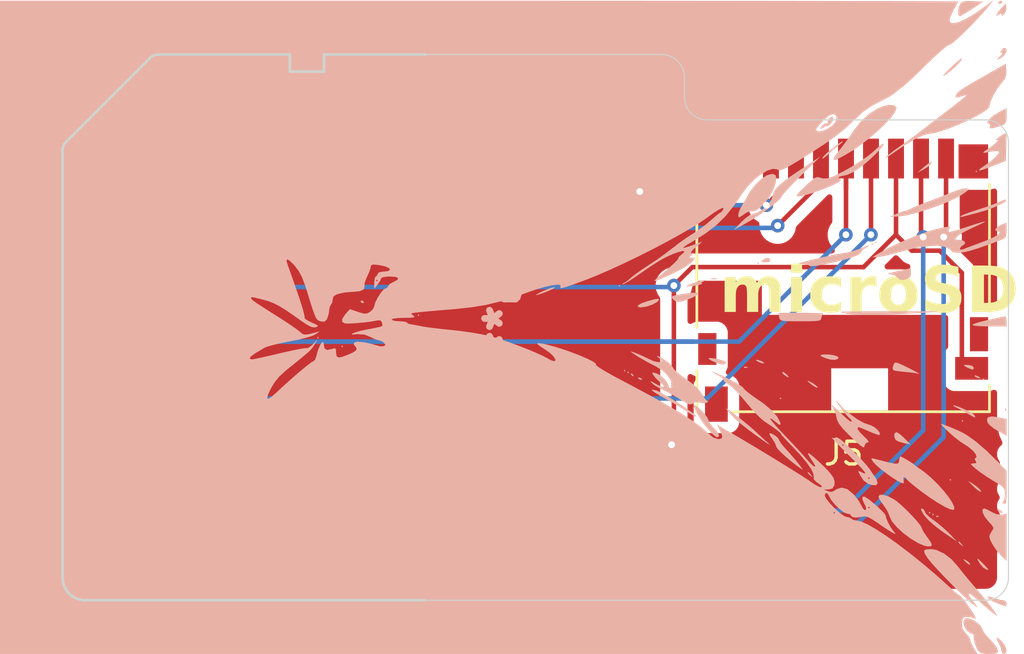
<source format=kicad_pcb>
(kicad_pcb (version 20241229) (generator "pcbnew") (generator_version "9.0")
  (layers (0 "F.Cu" signal) (2 "B.Cu" signal) (13 "F.Paste" user) (15 "B.Paste" user) (5 "F.SilkS" user "F.Silkscreen") (7 "B.SilkS" user "B.Silkscreen") (1 "F.Mask" user) (3 "B.Mask" user) (25 "Edge.Cuts" user))
  (net 0 "")
  (net 1 "Net-(J5-SHIELD)")
  (net 2 "Net-(J4-DAT0)")
  (net 3 "Net-(J4-CMD)")
  (net 4 "Net-(J4-CD{slash}DAT3)")
  (net 5 "Net-(J4-CLK)")
  (net 6 "Net-(J4-VDD)")
  (net 7 "Net-(J4-DAT1)")
  (net 8 "Net-(J4-DAT2)")
  (footprint "Connector_Card:microSD_HC_Hirose_DM3D-SF" (layer "F.Cu") (at 114.73 53.225 180)
    (property "Reference" "J5" (at -0.025 -7.625 0) (layer "F.SilkS"))
    (property "Value" "Micro_SD_Card")
    (pad "1" smd rect (at 3.175 5.35 180) (size 0.7 1.75) (layers "F.Cu" "F.Mask" "F.Paste") (net 8 "Net-(J4-DAT2)"))
    (pad "2" smd rect (at 2.075 5.35 180) (size 0.7 1.75) (layers "F.Cu" "F.Mask" "F.Paste") (net 4 "Net-(J4-CD{slash}DAT3)"))
    (pad "3" smd rect (at 0.975 5.35 180) (size 0.7 1.75) (layers "F.Cu" "F.Mask" "F.Paste") (net 3 "Net-(J4-CMD)"))
    (pad "4" smd rect (at -0.125 5.35 180) (size 0.7 1.75) (layers "F.Cu" "F.Mask" "F.Paste") (net 6 "Net-(J4-VDD)"))
    (pad "5" smd rect (at -1.225 5.35 180) (size 0.7 1.75) (layers "F.Cu" "F.Mask" "F.Paste") (net 5 "Net-(J4-CLK)"))
    (pad "6" smd rect (at -2.325 5.35 180) (size 0.7 1.75) (layers "F.Cu" "F.Mask" "F.Paste") (net 1 "Net-(J5-SHIELD)"))
    (pad "7" smd rect (at -3.425 5.35 180) (size 0.7 1.75) (layers "F.Cu" "F.Mask" "F.Paste") (net 2 "Net-(J4-DAT0)"))
    (pad "8" smd rect (at -4.525 5.35 180) (size 0.7 1.75) (layers "F.Cu" "F.Mask" "F.Paste") (net 7 "Net-(J4-DAT1)"))
    (pad "9" smd rect (at -5.65 -3.875 180) (size 1.45 1) (layers "F.Cu" "F.Mask" "F.Paste") (net 1 "Net-(J5-SHIELD)"))
    (pad "10" smd rect (at 5.575 -5.45 180) (size 1 1.55) (layers "F.Cu" "F.Mask" "F.Paste"))
    (pad "11" smd rect (at -5.975 -2.375001 180) (size 0.8 1.5) (layers "F.Cu" "F.Mask" "F.Paste"))
    (pad "11" smd rect (at -5.725 5.225 180) (size 1.3 1.5) (layers "F.Cu" "F.Mask" "F.Paste"))
    (pad "11" smd rect (at 5.625001 5.225 180) (size 1.5 1.5) (layers "F.Cu" "F.Mask" "F.Paste"))
    (pad "11" smd rect (at 5.975 -3.025 180) (size 0.8 1.4) (layers "F.Cu" "F.Mask" "F.Paste"))
    (zone (net 0) (net_name "") (layer "F.Cu") (connect_pads (clearance 0)) (min_thickness 0.254)
      (keepout (tracks not_allowed) (vias not_allowed) (pads not_allowed) (copperpour not_allowed) (footprints not_allowed))
      (fill (thermal_gap 0.508) (thermal_bridge_width 0.508))
      (polygon (pts (xy 116.705 57.1) (xy 114.205 57.1) (xy 114.205 58.95) (xy 116.705 58.95)))
    )
    (zone (net 0) (net_name "") (layer "F.Cu") (connect_pads (clearance 0)) (min_thickness 0.254)
      (keepout (tracks not_allowed) (vias not_allowed) (pads not_allowed) (copperpour not_allowed) (footprints not_allowed))
      (fill (thermal_gap 0.508) (thermal_bridge_width 0.508))
      (polygon (pts (xy 119.655 54.75) (xy 111.155 54.75) (xy 111.155 52.75) (xy 119.655 52.75)))
    )
  )
  (footprint "Connector_Card:SD_Card_Device_16mm_SlotDepth" (layer "F.Cu") (at 96.399999 55.300001 90)
    (property "Reference" "J4" (at 9.6 -1.05 90) (layer "F.SilkS"))
    (property "Value" "SD_Card_Device")
    (fp_line (start -11 -16) (end 7.792893 -16) (stroke (width 0.12)) (layer "Edge.Cuts"))
    (fp_line (start 8.146447 -15.853553) (end 11.853554 -12.146446) (stroke (width 0.12)) (layer "Edge.Cuts"))
    (fp_line (start 12 -11.792893) (end 12 -6) (stroke (width 0.12)) (layer "Edge.Cuts"))
    (fp_line (start 12 -6) (end 11.25 -6) (stroke (width 0.12)) (layer "Edge.Cuts"))
    (fp_line (start 11.25 -6) (end 11.25 -4.5) (stroke (width 0.12)) (layer "Edge.Cuts"))
    (fp_line (start 12 -4.5) (end 12 -0.05) (stroke (width 0.12)) (layer "Edge.Cuts"))
    (fp_line (start 11.25 -4.5) (end 12 -4.5) (stroke (width 0.12)) (layer "Edge.Cuts"))
    (fp_line (start -12 -0.05) (end -12 -15) (stroke (width 0.12)) (layer "Edge.Cuts"))
    (fp_arc (start 7.792893 -16) (mid 7.984235 -15.96194) (end 8.146447 -15.853553) (stroke (width 0.12)) (layer "Edge.Cuts"))
    (fp_arc (start -12 -15) (mid -11.707107 -15.707107) (end -11 -16) (stroke (width 0.12)) (layer "Edge.Cuts"))
    (fp_arc (start 11.853554 -12.146446) (mid 11.96194 -11.984234) (end 12 -11.792893) (stroke (width 0.12)) (layer "Edge.Cuts"))
    (pad "1" connect roundrect (at 6.875 -12.7 90) (size 1.4 3.4) (layers "B.Cu" "B.Mask") (roundrect_rratio 0.07142857143) (net 4 "Net-(J4-CD{slash}DAT3)") (clearance 0.05))
    (pad "2" connect roundrect (at 4.375 -12.7 90) (size 1.4 3.4) (layers "B.Cu" "B.Mask") (roundrect_rratio 0.07142857143) (net 3 "Net-(J4-CMD)") (clearance 0.05))
    (pad "3" connect roundrect (at 1.875 -12.8 90) (size 1.4 3.6) (layers "B.Cu" "B.Mask") (roundrect_rratio 0.07142857143) (net 1 "Net-(J5-SHIELD)") (clearance 0.05))
    (pad "4" connect roundrect (at -0.625 -12.8 90) (size 1.4 3.6) (layers "B.Cu" "B.Mask") (roundrect_rratio 0.07142857143) (net 6 "Net-(J4-VDD)") (clearance 0.05))
    (pad "5" connect roundrect (at -3.125 -12.7 90) (size 1.4 3.4) (layers "B.Cu" "B.Mask") (roundrect_rratio 0.07142857143) (net 5 "Net-(J4-CLK)") (clearance 0.05))
    (pad "6" connect roundrect (at -5.625001 -12.7 90) (size 1.4 3.4) (layers "B.Cu" "B.Mask") (roundrect_rratio 0.07142857143) (net 1 "Net-(J5-SHIELD)") (clearance 0.05))
    (pad "7" connect roundrect (at -8.05 -12.700001 90) (size 1.1 3.4) (layers "B.Cu" "B.Mask") (roundrect_rratio 0.07142857143) (net 2 "Net-(J4-DAT0)") (clearance 0.05))
    (pad "8" connect roundrect (at -9.75 -12.7 90) (size 0.9 3.4) (layers "B.Cu" "B.Mask") (roundrect_rratio 0.07142857143) (net 7 "Net-(J4-DAT1)") (clearance 0.05))
    (pad "9" connect roundrect (at 9.375001 -10.4 90) (size 1.4 3.4) (layers "B.Cu" "B.Mask") (roundrect_rratio 0.07142857143) (net 8 "Net-(J4-DAT2)") (clearance 0.05))
  )
  (footprint "LOGO" (layer "F.Cu") (at 118.385 63.660001 90)
    (property "Reference" "G***" (hide yes))
    (property "Value" "LOGO" (hide yes))
  )
  (footprint "LOGO" (layer "F.Cu") (at 92.885 55.460001 90)
    (property "Reference" "G***" (hide yes))
    (property "Value" "LOGO" (hide yes))
  )
  (footprint "LOGO" (layer "B.Cu") (at 99.785 55.300001 90)
    (property "Reference" "G***" (at 0 0 90) (layer "B.SilkS") (effects (font (size 1.5 1.5) (thickness 0.3)) (justify mirror)))
    (property "Value" "LOGO" (hide yes))
  )
  (gr_arc (start 106.75 43.300001) (mid 107.457107 43.592894) (end 107.75 44.300001) (stroke (width 0.05)) (layer "Edge.Cuts"))
  (gr_line (start 121 46.175) (end 108.75 46.175) (stroke (width 0.05)) (layer "Edge.Cuts"))
  (gr_arc (start 108.75 46.175) (mid 108.042894 45.882107) (end 107.75 45.175) (stroke (width 0.05)) (layer "Edge.Cuts"))
  (gr_arc (start 122 66.300001) (mid 121.707107 67.007108) (end 121 67.300001) (stroke (width 0.05)) (layer "Edge.Cuts"))
  (gr_line (start 122 47.175001) (end 122 65.400001) (stroke (width 0.05)) (layer "Edge.Cuts"))
  (gr_line (start 96.349999 67.300001) (end 121 67.300001) (stroke (width 0.05)) (layer "Edge.Cuts"))
  (gr_line (start 107.75 45.175) (end 107.75 44.300001) (stroke (width 0.05)) (layer "Edge.Cuts"))
  (gr_arc (start 121 46.175) (mid 121.707107 46.467893) (end 122 47.175) (stroke (width 0.05)) (layer "Edge.Cuts"))
  (gr_line (start 96.35 43.300001) (end 106.75 43.300001) (stroke (width 0.05)) (layer "Edge.Cuts"))
  (gr_line (start 122 66.300001) (end 122 65.400001) (stroke (width 0.05)) (layer "Edge.Cuts"))
  (gr_text "microSD\n" (at 109.285 54.960001 0) (layer "F.SilkS") (effects (font (size 2 2) (thickness 0.3) (bold yes)) (justify left bottom)))
  (segment (start 107.285 60.360001) (end 107.185 60.460001) (width 0.2) (layer "F.Cu") (net 1))
  (segment (start 119.95 56.67) (end 119.95 52.902164) (width 0.2) (layer "F.Cu") (net 1))
  (segment (start 117.054999 47.875) (end 117.055 51.22) (width 0.2) (layer "F.Cu") (net 1))
  (segment (start 115.626 52.649) (end 117.05 51.225) (width 0.2) (layer "F.Cu") (net 1))
  (segment (start 120.38 57.100001) (end 119.95 56.67) (width 0.2) (layer "F.Cu") (net 1))
  (segment (start 117.055 51.22) (end 117.05 51.225) (width 0.2) (layer "F.Cu") (net 1))
  (segment (start 107.285 53.460001) (end 107.285 60.360001) (width 0.2) (layer "F.Cu") (net 1))
  (segment (start 107.285 53.460001) (end 108.096001 52.649) (width 0.2) (layer "F.Cu") (net 1))
  (segment (start 108.096001 52.649) (end 115.626 52.649) (width 0.2) (layer "F.Cu") (net 1))
  (segment (start 119.95 52.902164) (end 118.973836 51.926) (width 0.2) (layer "F.Cu") (net 1))
  (segment (start 117.751 51.926) (end 117.05 51.225) (width 0.2) (layer "F.Cu") (net 1))
  (segment (start 118.973836 51.926) (end 117.751 51.926) (width 0.2) (layer "F.Cu") (net 1))
  (via (at 107.185 60.460001) (size 0.6) (drill 0.3) (layers "F.Cu" "B.Cu") (net 1))
  (via (at 107.285 53.460001) (size 0.6) (drill 0.3) (layers "F.Cu" "B.Cu") (net 1))
  (segment (start 87.214999 60.460001) (end 107.185 60.460001) (width 0.2) (layer "B.Cu") (net 1))
  (segment (start 86.75 53.525) (end 83.699998 53.525) (width 0.2) (layer "B.Cu") (net 1))
  (segment (start 83.699998 53.525) (end 83.599999 53.425001) (width 0.2) (layer "B.Cu") (net 1))
  (segment (start 86.75 53.525) (end 107.220001 53.525) (width 0.2) (layer "B.Cu") (net 1))
  (segment (start 83.699999 60.925002) (end 86.749998 60.925002) (width 0.2) (layer "B.Cu") (net 1))
  (segment (start 86.749998 60.925002) (end 87.214999 60.460001) (width 0.2) (layer "B.Cu") (net 1))
  (segment (start 107.220001 53.525) (end 107.285 53.460001) (width 0.2) (layer "B.Cu") (net 1))
  (segment (start 118.154999 51.23) (end 118.155 47.875) (width 0.2) (layer "F.Cu") (net 2))
  (segment (start 118.249999 51.325) (end 118.154999 51.23) (width 0.2) (layer "F.Cu") (net 2))
  (via (at 118.249999 51.325) (size 0.6) (drill 0.3) (layers "F.Cu" "B.Cu") (net 2))
  (segment (start 83.699999 63.350001) (end 114.724999 63.350001) (width 0.2) (layer "B.Cu") (net 2))
  (segment (start 114.724999 63.350001) (end 118.149999 59.925) (width 0.2) (layer "B.Cu") (net 2))
  (segment (start 118.149999 59.925) (end 118.25 59.825) (width 0.2) (layer "B.Cu") (net 2))
  (segment (start 118.25 59.825) (end 118.249999 51.325) (width 0.2) (layer "B.Cu") (net 2))
  (segment (start 113.755 47.875) (end 113.755 48.920001) (width 0.2) (layer "F.Cu") (net 3))
  (segment (start 113.755 48.920001) (end 111.85 50.825001) (width 0.2) (layer "F.Cu") (net 3))
  (via (at 111.85 50.825001) (size 0.6) (drill 0.3) (layers "F.Cu" "B.Cu") (net 3))
  (segment (start 83.7 50.925001) (end 111.749999 50.925001) (width 0.2) (layer "B.Cu") (net 3))
  (segment (start 111.749999 50.925001) (end 111.85 50.825001) (width 0.2) (layer "B.Cu") (net 3))
  (segment (start 111.35 49.925) (end 112.655 48.62) (width 0.2) (layer "F.Cu") (net 4))
  (segment (start 112.655 48.62) (end 112.655 47.875001) (width 0.2) (layer "F.Cu") (net 4))
  (via (at 111.35 49.925) (size 0.6) (drill 0.3) (layers "F.Cu" "B.Cu") (net 4))
  (segment (start 83.7 48.425001) (end 85.199999 49.925) (width 0.2) (layer "B.Cu") (net 4))
  (segment (start 85.199999 49.925) (end 111.35 49.925) (width 0.2) (layer "B.Cu") (net 4))
  (segment (start 115.955 51.22) (end 115.95 51.225) (width 0.2) (layer "F.Cu") (net 5))
  (segment (start 115.955 47.875) (end 115.955 51.22) (width 0.2) (layer "F.Cu") (net 5))
  (via (at 115.95 51.225) (size 0.6) (drill 0.3) (layers "F.Cu" "B.Cu") (net 5))
  (segment (start 115.95 51.225) (end 108.749998 58.425001) (width 0.2) (layer "B.Cu") (net 5))
  (segment (start 108.749998 58.425001) (end 83.7 58.425001) (width 0.2) (layer "B.Cu") (net 5))
  (segment (start 114.855 49.22) (end 114.855 47.875001) (width 0.2) (layer "F.Cu") (net 6))
  (segment (start 114.855 47.875001) (end 114.855 51.22) (width 0.2) (layer "F.Cu") (net 6))
  (segment (start 114.855 51.22) (end 114.85 51.225) (width 0.2) (layer "F.Cu") (net 6))
  (via (at 114.85 51.225) (size 0.6) (drill 0.3) (layers "F.Cu" "B.Cu") (net 6))
  (segment (start 114.85 51.225) (end 110.149999 55.925001) (width 0.2) (layer "B.Cu") (net 6))
  (segment (start 110.149999 55.925001) (end 83.6 55.925001) (width 0.2) (layer "B.Cu") (net 6))
  (segment (start 108.149998 55.925001) (end 83.6 55.925001) (width 0.2) (layer "B.Cu") (net 6))
  (segment (start 119.255 51.22) (end 119.254999 47.875) (width 0.2) (layer "F.Cu") (net 7))
  (segment (start 119.15 51.325) (end 119.255 51.22) (width 0.2) (layer "F.Cu") (net 7))
  (via (at 119.15 51.325) (size 0.6) (drill 0.3) (layers "F.Cu" "B.Cu") (net 7))
  (segment (start 83.7 65.050001) (end 114.224999 65.050001) (width 0.2) (layer "B.Cu") (net 7))
  (segment (start 114.224999 65.050001) (end 119.15 60.125) (width 0.2) (layer "B.Cu") (net 7))
  (segment (start 119.15 60.125) (end 119.15 51.325) (width 0.2) (layer "B.Cu") (net 7))
  (segment (start 105.785 49.325) (end 110.105 49.325) (width 0.2) (layer "F.Cu") (net 8))
  (segment (start 110.105 49.325) (end 111.555 47.875) (width 0.2) (layer "F.Cu") (net 8))
  (via (at 105.785 49.325) (size 0.6) (drill 0.3) (layers "F.Cu" "B.Cu") (net 8))
  (segment (start 105.785 49.325) (end 101.55 49.325) (width 0.2) (layer "B.Cu") (net 8))
  (segment (start 98.15 45.925) (end 85.999999 45.925) (width 0.2) (layer "B.Cu") (net 8))
  (segment (start 101.55 49.325) (end 98.15 45.925) (width 0.2) (layer "B.Cu") (net 8))
  (zone (net 0) (net_name "") (layer "F.Cu") (priority 1) (connect_pads (clearance 0.5)) (min_thickness 0.25) (fill yes (thermal_gap 0.5) (thermal_bridge_width 0.5) (island_removal_mode 1) (island_area_min 10))
    (polygon (pts (xy 78.685 41.960001) (xy 122.385 42.260001) (xy 122.685 67.460001) (xy 78.685 69.160001)))
  )
)
</source>
